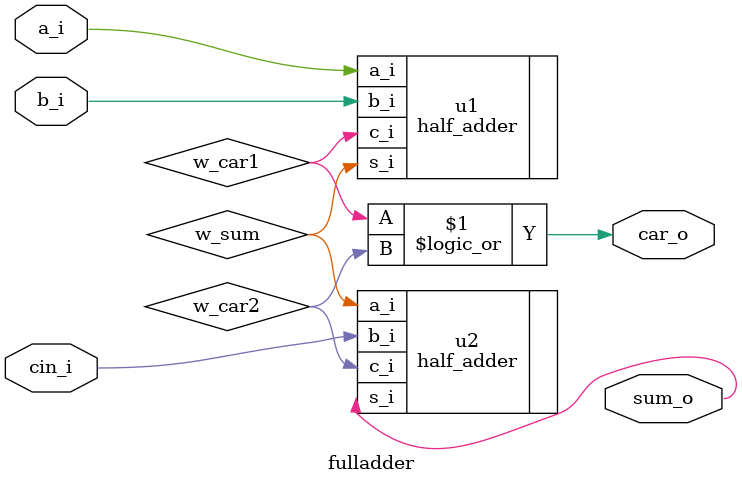
<source format=v>
`include "..\\..\\lab01\\src\\half_adder.v"

module fulladder(
	input wire a_i,
	input wire b_i,
	input wire cin_i,

	output wire sum_o,
	output wire car_o
);

	wire w_sum, w_car1, w_car2;

	// U1
	half_adder u1(
		.a_i(a_i),
		.b_i(b_i),
		.s_i(w_sum),
		.c_i(w_car1)
	);

	// U1
	half_adder u2(
		.a_i(w_sum),
		.b_i(cin_i),
		.s_i(sum_o),
		.c_i(w_car2)
	);

	// U3
	assign car_o = w_car1 || w_car2;

endmodule

</source>
